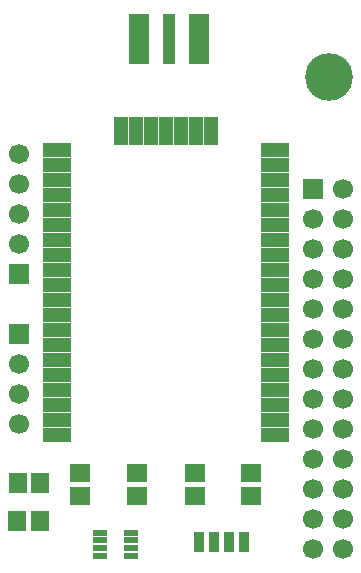
<source format=gbr>
G04 DipTrace 3.0.0.2*
G04 TopMask.gbr*
%MOIN*%
G04 #@! TF.FileFunction,Soldermask,Top*
G04 #@! TF.Part,Single*
%ADD35C,0.159449*%
%ADD40R,0.051181X0.021457*%
%ADD42R,0.047638X0.097402*%
%ADD44R,0.097402X0.047638*%
%ADD48R,0.035433X0.070866*%
%ADD50C,0.066929*%
%ADD52R,0.066929X0.066929*%
%ADD54R,0.066929X0.059055*%
%ADD56R,0.059055X0.066929*%
%ADD58R,0.041339X0.167717*%
%ADD60R,0.067717X0.167717*%
%FSLAX26Y26*%
G04*
G70*
G90*
G75*
G01*
G04 TopMask*
%LPD*%
D60*
X857769Y2177565D3*
D58*
X957769Y2177171D3*
D60*
X1057376D3*
D54*
X1231890Y654331D3*
Y729134D3*
X1042937Y654386D3*
Y729189D3*
X850788Y654331D3*
Y729134D3*
X661811Y654331D3*
Y729134D3*
D35*
X1490764Y2051134D3*
D52*
X457349Y1193509D3*
D50*
Y1093509D3*
Y993509D3*
Y893509D3*
D52*
X456764Y1393496D3*
D50*
Y1493496D3*
Y1593496D3*
Y1693496D3*
Y1793496D3*
D48*
X1208662Y500000D3*
X1158662D3*
X1108662D3*
X1058662D3*
D56*
X453150Y697507D3*
X527953D3*
X452100Y569554D3*
X526903D3*
D44*
X1311772Y856961D3*
Y906961D3*
Y956961D3*
Y1006961D3*
Y1056961D3*
Y1106961D3*
Y1156961D3*
Y1206961D3*
Y1256961D3*
Y1306961D3*
Y1356961D3*
Y1406961D3*
Y1456961D3*
Y1506961D3*
Y1556961D3*
Y1606961D3*
Y1656961D3*
Y1706961D3*
Y1756961D3*
Y1806961D3*
D42*
X1097008Y1871725D3*
X1047008D3*
X997008D3*
X947008D3*
X897008D3*
X847008D3*
X797008D3*
D44*
X582244Y1806961D3*
Y1756961D3*
Y1706961D3*
Y1656961D3*
Y1606961D3*
Y1556961D3*
Y1506961D3*
Y1456961D3*
Y1406961D3*
Y1356961D3*
Y1306961D3*
Y1256961D3*
Y1206961D3*
Y1156961D3*
Y1106961D3*
Y1056961D3*
Y1006961D3*
Y956961D3*
Y906961D3*
Y856961D3*
D52*
X1437126Y1675701D3*
D50*
X1537126D3*
X1437126Y1575701D3*
X1537126D3*
X1437126Y1475701D3*
X1537126D3*
X1437126Y1375701D3*
X1537126D3*
X1437126Y1275701D3*
X1537126D3*
X1437126Y1175701D3*
X1537126D3*
X1437126Y1075701D3*
X1537126D3*
X1437126Y975701D3*
X1537126D3*
X1437126Y875701D3*
X1537126D3*
X1437126Y775701D3*
X1537126D3*
X1437126Y675701D3*
X1537126D3*
X1437126Y575701D3*
X1537126D3*
X1437126Y475701D3*
X1537126D3*
D40*
X726378Y530717D3*
Y505126D3*
Y479536D3*
Y453945D3*
X830709D3*
Y479536D3*
Y505126D3*
Y530717D3*
M02*

</source>
